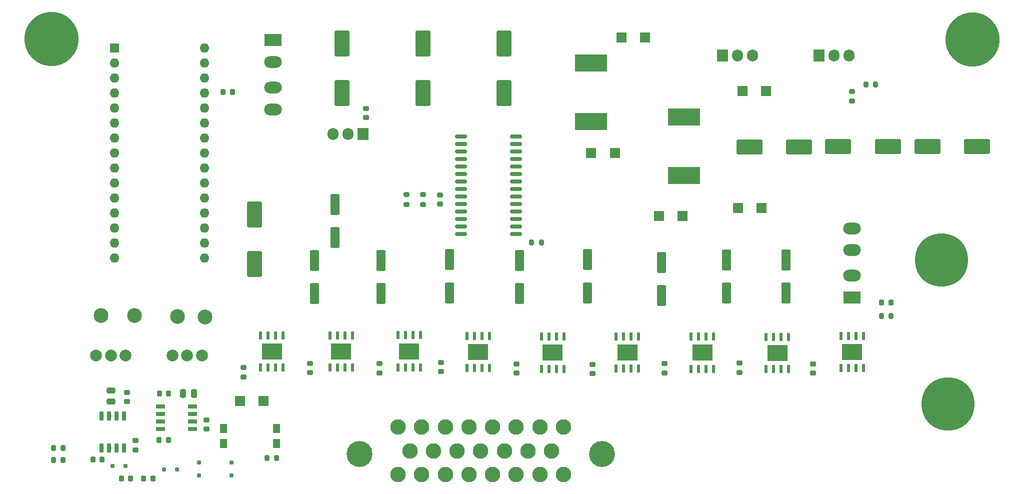
<source format=gbr>
%TF.GenerationSoftware,KiCad,Pcbnew,8.0.6*%
%TF.CreationDate,2024-11-11T19:58:29-07:00*%
%TF.ProjectId,NanoSprayLinear,4e616e6f-5370-4726-9179-4c696e656172,rev?*%
%TF.SameCoordinates,Original*%
%TF.FileFunction,Soldermask,Top*%
%TF.FilePolarity,Negative*%
%FSLAX46Y46*%
G04 Gerber Fmt 4.6, Leading zero omitted, Abs format (unit mm)*
G04 Created by KiCad (PCBNEW 8.0.6) date 2024-11-11 19:58:29*
%MOMM*%
%LPD*%
G01*
G04 APERTURE LIST*
G04 Aperture macros list*
%AMRoundRect*
0 Rectangle with rounded corners*
0 $1 Rounding radius*
0 $2 $3 $4 $5 $6 $7 $8 $9 X,Y pos of 4 corners*
0 Add a 4 corners polygon primitive as box body*
4,1,4,$2,$3,$4,$5,$6,$7,$8,$9,$2,$3,0*
0 Add four circle primitives for the rounded corners*
1,1,$1+$1,$2,$3*
1,1,$1+$1,$4,$5*
1,1,$1+$1,$6,$7*
1,1,$1+$1,$8,$9*
0 Add four rect primitives between the rounded corners*
20,1,$1+$1,$2,$3,$4,$5,0*
20,1,$1+$1,$4,$5,$6,$7,0*
20,1,$1+$1,$6,$7,$8,$9,0*
20,1,$1+$1,$8,$9,$2,$3,0*%
G04 Aperture macros list end*
%ADD10R,1.300000X1.500000*%
%ADD11R,1.905000X2.000000*%
%ADD12O,1.905000X2.000000*%
%ADD13RoundRect,0.250000X0.550000X-1.500000X0.550000X1.500000X-0.550000X1.500000X-0.550000X-1.500000X0*%
%ADD14RoundRect,0.250000X-1.950000X-1.000000X1.950000X-1.000000X1.950000X1.000000X-1.950000X1.000000X0*%
%ADD15C,9.200000*%
%ADD16R,0.558800X1.460500*%
%ADD17R,3.403600X2.717800*%
%ADD18C,2.000000*%
%ADD19RoundRect,0.200000X-0.200000X-0.275000X0.200000X-0.275000X0.200000X0.275000X-0.200000X0.275000X0*%
%ADD20RoundRect,0.175000X0.175000X0.175000X-0.175000X0.175000X-0.175000X-0.175000X0.175000X-0.175000X0*%
%ADD21R,5.400000X2.900000*%
%ADD22RoundRect,0.225000X-0.250000X0.225000X-0.250000X-0.225000X0.250000X-0.225000X0.250000X0.225000X0*%
%ADD23R,1.500000X0.650000*%
%ADD24C,2.625000*%
%ADD25C,4.395000*%
%ADD26RoundRect,0.225000X0.225000X0.250000X-0.225000X0.250000X-0.225000X-0.250000X0.225000X-0.250000X0*%
%ADD27R,1.600000X1.600000*%
%ADD28O,1.600000X1.600000*%
%ADD29C,2.500000*%
%ADD30RoundRect,0.250000X1.000000X-1.950000X1.000000X1.950000X-1.000000X1.950000X-1.000000X-1.950000X0*%
%ADD31RoundRect,0.218750X0.218750X0.256250X-0.218750X0.256250X-0.218750X-0.256250X0.218750X-0.256250X0*%
%ADD32C,9.000000*%
%ADD33RoundRect,0.200000X-0.275000X0.200000X-0.275000X-0.200000X0.275000X-0.200000X0.275000X0.200000X0*%
%ADD34RoundRect,0.218750X-0.218750X-0.256250X0.218750X-0.256250X0.218750X0.256250X-0.218750X0.256250X0*%
%ADD35RoundRect,0.225000X-0.225000X-0.250000X0.225000X-0.250000X0.225000X0.250000X-0.225000X0.250000X0*%
%ADD36R,1.800000X1.800000*%
%ADD37RoundRect,0.218750X-0.256250X0.218750X-0.256250X-0.218750X0.256250X-0.218750X0.256250X0.218750X0*%
%ADD38R,3.000000X2.000000*%
%ADD39O,3.000000X2.000000*%
%ADD40RoundRect,0.175000X0.175000X-0.175000X0.175000X0.175000X-0.175000X0.175000X-0.175000X-0.175000X0*%
%ADD41RoundRect,0.250000X0.250000X0.475000X-0.250000X0.475000X-0.250000X-0.475000X0.250000X-0.475000X0*%
%ADD42RoundRect,0.150000X-0.875000X-0.150000X0.875000X-0.150000X0.875000X0.150000X-0.875000X0.150000X0*%
%ADD43RoundRect,0.250000X0.475000X-0.250000X0.475000X0.250000X-0.475000X0.250000X-0.475000X-0.250000X0*%
%ADD44RoundRect,0.250000X-0.550000X1.500000X-0.550000X-1.500000X0.550000X-1.500000X0.550000X1.500000X0*%
%ADD45R,0.650000X1.500000*%
G04 APERTURE END LIST*
D10*
%TO.C,U15*%
X69850000Y-108230000D03*
X69850000Y-110770000D03*
X78850000Y-110770000D03*
X78850000Y-108230000D03*
%TD*%
D11*
%TO.C,U2*%
X170760000Y-45145000D03*
D12*
X173300000Y-45145000D03*
X175840000Y-45145000D03*
%TD*%
D13*
%TO.C,C34*%
X155041600Y-85350000D03*
X155041600Y-79750000D03*
%TD*%
D14*
%TO.C,C2*%
X173981000Y-60502800D03*
X182381000Y-60502800D03*
%TD*%
D15*
%TO.C,H2*%
X40767000Y-42291000D03*
%TD*%
D13*
%TO.C,C35*%
X165170800Y-85350000D03*
X165170800Y-79750000D03*
%TD*%
D16*
%TO.C,U9*%
X114915000Y-92582300D03*
X113645000Y-92582300D03*
X112375000Y-92582300D03*
X111105000Y-92582300D03*
X111105000Y-98030600D03*
X112375000Y-98030600D03*
X113645000Y-98030600D03*
X114915000Y-98030600D03*
D17*
X113010000Y-95306450D03*
%TD*%
D18*
%TO.C,RV3*%
X48327000Y-95947000D03*
X50827000Y-95947000D03*
X53327000Y-95947000D03*
%TD*%
D19*
%TO.C,R4*%
X41071800Y-111593250D03*
X42721800Y-111593250D03*
%TD*%
D18*
%TO.C,RV4*%
X66214000Y-95897000D03*
X63714000Y-95897000D03*
X61214000Y-95897000D03*
%TD*%
D20*
%TO.C,D10*%
X53272500Y-114650000D03*
X51122500Y-114650000D03*
%TD*%
D19*
%TO.C,R10*%
X181275000Y-89250000D03*
X182925000Y-89250000D03*
%TD*%
D21*
%TO.C,L1*%
X147828000Y-55502000D03*
X147828000Y-65402000D03*
%TD*%
D19*
%TO.C,R3*%
X178675000Y-50000000D03*
X180325000Y-50000000D03*
%TD*%
D22*
%TO.C,C27*%
X106685400Y-97103200D03*
X106685400Y-98653200D03*
%TD*%
%TO.C,C14*%
X54950000Y-110335800D03*
X54950000Y-111885800D03*
%TD*%
D23*
%TO.C,U7*%
X64656000Y-108343000D03*
X64656000Y-107073000D03*
X64656000Y-105803000D03*
X64656000Y-104533000D03*
X59256000Y-104533000D03*
X59256000Y-105803000D03*
X59256000Y-107073000D03*
X59256000Y-108343000D03*
%TD*%
D13*
%TO.C,C16*%
X85301800Y-85430566D03*
X85301800Y-79830566D03*
%TD*%
D24*
%TO.C,J2*%
X99443000Y-108058200D03*
X103443000Y-108058200D03*
X107443000Y-108058200D03*
X111443000Y-108058200D03*
X115443000Y-108058200D03*
X119443000Y-108058200D03*
X123443000Y-108058200D03*
X127443000Y-108058200D03*
X101443000Y-112058200D03*
X105443000Y-112058200D03*
X109443000Y-112058200D03*
X113443000Y-112058200D03*
X117443000Y-112058200D03*
X121443000Y-112058200D03*
X125443000Y-112058200D03*
X99443000Y-116058200D03*
X103443000Y-116058200D03*
X107443000Y-116058200D03*
X111443000Y-116058200D03*
X115443000Y-116058200D03*
X119443000Y-116058200D03*
X123443000Y-116058200D03*
X127443000Y-116058200D03*
D25*
X92943000Y-112558200D03*
X133943000Y-112558200D03*
%TD*%
D22*
%TO.C,C32*%
X157282200Y-97204800D03*
X157282200Y-98754800D03*
%TD*%
D16*
%TO.C,U12*%
X178237200Y-92614050D03*
X176967200Y-92614050D03*
X175697200Y-92614050D03*
X174427200Y-92614050D03*
X174427200Y-98062350D03*
X175697200Y-98062350D03*
X176967200Y-98062350D03*
X178237200Y-98062350D03*
D17*
X176332200Y-95338200D03*
%TD*%
D22*
%TO.C,C24*%
X93980000Y-54089000D03*
X93980000Y-55639000D03*
%TD*%
%TO.C,C33*%
X169728200Y-97357200D03*
X169728200Y-98907200D03*
%TD*%
%TO.C,C37*%
X144531400Y-97306400D03*
X144531400Y-98856400D03*
%TD*%
D26*
%TO.C,R7*%
X54125000Y-116750000D03*
X52575000Y-116750000D03*
%TD*%
D22*
%TO.C,C36*%
X132339400Y-97408000D03*
X132339400Y-98958000D03*
%TD*%
D15*
%TO.C,H1*%
X196697600Y-42418000D03*
%TD*%
D16*
%TO.C,U11*%
X165588000Y-92766450D03*
X164318000Y-92766450D03*
X163048000Y-92766450D03*
X161778000Y-92766450D03*
X161778000Y-98214750D03*
X163048000Y-98214750D03*
X164318000Y-98214750D03*
X165588000Y-98214750D03*
D17*
X163683000Y-95490600D03*
%TD*%
D27*
%TO.C,A1*%
X51425000Y-43827000D03*
D28*
X51425000Y-46367000D03*
X51425000Y-48907000D03*
X51425000Y-51447000D03*
X51425000Y-53987000D03*
X51425000Y-56527000D03*
X51425000Y-59067000D03*
X51425000Y-61607000D03*
X51425000Y-64147000D03*
X51425000Y-66687000D03*
X51425000Y-69227000D03*
X51425000Y-71767000D03*
X51425000Y-74307000D03*
X51425000Y-76847000D03*
X51425000Y-79387000D03*
X66665000Y-79387000D03*
X66665000Y-76847000D03*
X66665000Y-74307000D03*
X66665000Y-71767000D03*
X66665000Y-69227000D03*
X66665000Y-66687000D03*
X66665000Y-64147000D03*
X66665000Y-61607000D03*
X66665000Y-59067000D03*
X66665000Y-56527000D03*
X66665000Y-53987000D03*
X66665000Y-51447000D03*
X66665000Y-48907000D03*
X66665000Y-46367000D03*
X66665000Y-43827000D03*
%TD*%
D22*
%TO.C,C25*%
X96322200Y-97306400D03*
X96322200Y-98856400D03*
%TD*%
D29*
%TO.C,TP6*%
X66782000Y-89420000D03*
%TD*%
D30*
%TO.C,C1*%
X75164000Y-80412000D03*
X75164000Y-72012000D03*
%TD*%
D31*
%TO.C,D5*%
X42684300Y-113640650D03*
X41109300Y-113640650D03*
%TD*%
D32*
%TO.C,J5*%
X191507000Y-79756000D03*
%TD*%
D16*
%TO.C,U17*%
X79964600Y-92531500D03*
X78694600Y-92531500D03*
X77424600Y-92531500D03*
X76154600Y-92531500D03*
X76154600Y-97979800D03*
X77424600Y-97979800D03*
X78694600Y-97979800D03*
X79964600Y-97979800D03*
D17*
X78059600Y-95255650D03*
%TD*%
D20*
%TO.C,D9*%
X61985000Y-115250000D03*
X59835000Y-115250000D03*
%TD*%
D29*
%TO.C,TP8*%
X54844000Y-89166000D03*
%TD*%
D33*
%TO.C,R5*%
X103693000Y-68651000D03*
X103693000Y-70301000D03*
%TD*%
D34*
%TO.C,D8*%
X181312500Y-86900000D03*
X182887500Y-86900000D03*
%TD*%
D22*
%TO.C,R9*%
X67036000Y-106819000D03*
X67036000Y-108369000D03*
%TD*%
D29*
%TO.C,TP7*%
X49129000Y-89166000D03*
%TD*%
D26*
%TO.C,C19*%
X60531000Y-110213000D03*
X58981000Y-110213000D03*
%TD*%
D19*
%TO.C,R13*%
X77225000Y-113300000D03*
X78875000Y-113300000D03*
%TD*%
D11*
%TO.C,U5*%
X93472000Y-58420000D03*
D12*
X90932000Y-58420000D03*
X88392000Y-58420000D03*
%TD*%
D33*
%TO.C,R6*%
X100868000Y-68651000D03*
X100868000Y-70301000D03*
%TD*%
D16*
%TO.C,U14*%
X152888000Y-92715650D03*
X151618000Y-92715650D03*
X150348000Y-92715650D03*
X149078000Y-92715650D03*
X149078000Y-98163950D03*
X150348000Y-98163950D03*
X151618000Y-98163950D03*
X152888000Y-98163950D03*
D17*
X150983000Y-95439800D03*
%TD*%
D13*
%TO.C,C39*%
X144094200Y-85731000D03*
X144094200Y-80131000D03*
%TD*%
D16*
%TO.C,U13*%
X140188000Y-92664850D03*
X138918000Y-92664850D03*
X137648000Y-92664850D03*
X136378000Y-92664850D03*
X136378000Y-98113150D03*
X137648000Y-98113150D03*
X138918000Y-98113150D03*
X140188000Y-98113150D03*
D17*
X138283000Y-95389000D03*
%TD*%
D35*
%TO.C,C9*%
X69837000Y-51308000D03*
X71387000Y-51308000D03*
%TD*%
D36*
%TO.C,D4*%
X76650000Y-103600000D03*
X72650000Y-103600000D03*
%TD*%
D22*
%TO.C,C15*%
X84562200Y-97276800D03*
X84562200Y-98826800D03*
%TD*%
D30*
%TO.C,C23*%
X89916000Y-51444000D03*
X89916000Y-43044000D03*
%TD*%
D37*
%TO.C,D1*%
X176300000Y-51212500D03*
X176300000Y-52787500D03*
%TD*%
D11*
%TO.C,U3*%
X154370000Y-45088800D03*
D12*
X156910000Y-45088800D03*
X159450000Y-45088800D03*
%TD*%
D22*
%TO.C,C31*%
X106518000Y-68701000D03*
X106518000Y-70251000D03*
%TD*%
%TO.C,C40*%
X73309800Y-97966800D03*
X73309800Y-99516800D03*
%TD*%
D14*
%TO.C,C4*%
X189100000Y-60502800D03*
X197500000Y-60502800D03*
%TD*%
D38*
%TO.C,F2*%
X78232000Y-42528000D03*
D39*
X78232000Y-46228000D03*
X78232000Y-50528000D03*
X78232000Y-54228000D03*
%TD*%
D40*
%TO.C,D12*%
X65766000Y-116194000D03*
X65766000Y-114044000D03*
%TD*%
D14*
%TO.C,C3*%
X158918800Y-60579000D03*
X167318800Y-60579000D03*
%TD*%
D13*
%TO.C,C30*%
X119995000Y-85393400D03*
X119995000Y-79793400D03*
%TD*%
%TO.C,C38*%
X131526600Y-85285800D03*
X131526600Y-79685800D03*
%TD*%
D36*
%TO.C,D2*%
X132150000Y-61600000D03*
X136150000Y-61600000D03*
%TD*%
D30*
%TO.C,C22*%
X103632000Y-51444000D03*
X103632000Y-43044000D03*
%TD*%
D13*
%TO.C,C26*%
X96576200Y-85430566D03*
X96576200Y-79830566D03*
%TD*%
D29*
%TO.C,TP5*%
X62083000Y-89293000D03*
%TD*%
D32*
%TO.C,J6*%
X192532000Y-104140000D03*
%TD*%
D13*
%TO.C,C29*%
X108158600Y-85285800D03*
X108158600Y-79685800D03*
%TD*%
D22*
%TO.C,C28*%
X119487000Y-97357200D03*
X119487000Y-98907200D03*
%TD*%
D40*
%TO.C,D13*%
X71227000Y-116194000D03*
X71227000Y-114044000D03*
%TD*%
D36*
%TO.C,D3*%
X137300000Y-42100000D03*
X141300000Y-42100000D03*
%TD*%
%TO.C,D11*%
X157000000Y-70900000D03*
X161000000Y-70900000D03*
%TD*%
D16*
%TO.C,U8*%
X103231000Y-92480700D03*
X101961000Y-92480700D03*
X100691000Y-92480700D03*
X99421000Y-92480700D03*
X99421000Y-97929000D03*
X100691000Y-97929000D03*
X101961000Y-97929000D03*
X103231000Y-97929000D03*
D17*
X101326000Y-95204850D03*
%TD*%
D36*
%TO.C,D14*%
X147600000Y-72250000D03*
X143600000Y-72250000D03*
%TD*%
%TO.C,D7*%
X157750000Y-51100000D03*
X161750000Y-51100000D03*
%TD*%
D16*
%TO.C,U4*%
X91699400Y-92531500D03*
X90429400Y-92531500D03*
X89159400Y-92531500D03*
X87889400Y-92531500D03*
X87889400Y-97979800D03*
X89159400Y-97979800D03*
X90429400Y-97979800D03*
X91699400Y-97979800D03*
D17*
X89794400Y-95255650D03*
%TD*%
D35*
%TO.C,C20*%
X59042000Y-102374000D03*
X60592000Y-102374000D03*
%TD*%
D30*
%TO.C,C21*%
X117348000Y-51444000D03*
X117348000Y-43044000D03*
%TD*%
D41*
%TO.C,C18*%
X64910000Y-102374000D03*
X63010000Y-102374000D03*
%TD*%
D26*
%TO.C,R8*%
X57925000Y-116750000D03*
X56375000Y-116750000D03*
%TD*%
D21*
%TO.C,L2*%
X132080000Y-56258000D03*
X132080000Y-46358000D03*
%TD*%
D42*
%TO.C,U1*%
X110118000Y-58796000D03*
X110118000Y-60066000D03*
X110118000Y-61336000D03*
X110118000Y-62606000D03*
X110118000Y-63876000D03*
X110118000Y-65146000D03*
X110118000Y-66416000D03*
X110118000Y-67686000D03*
X110118000Y-68956000D03*
X110118000Y-70226000D03*
X110118000Y-71496000D03*
X110118000Y-72766000D03*
X110118000Y-74036000D03*
X110118000Y-75306000D03*
X119418000Y-75306000D03*
X119418000Y-74036000D03*
X119418000Y-72766000D03*
X119418000Y-71496000D03*
X119418000Y-70226000D03*
X119418000Y-68956000D03*
X119418000Y-67686000D03*
X119418000Y-66416000D03*
X119418000Y-65146000D03*
X119418000Y-63876000D03*
X119418000Y-62606000D03*
X119418000Y-61336000D03*
X119418000Y-60066000D03*
X119418000Y-58796000D03*
%TD*%
D38*
%TO.C,F1*%
X176276000Y-86069000D03*
D39*
X176276000Y-82369000D03*
X176276000Y-78069000D03*
X176276000Y-74369000D03*
%TD*%
D26*
%TO.C,C17*%
X49325000Y-113550000D03*
X47775000Y-113550000D03*
%TD*%
D43*
%TO.C,C13*%
X50850000Y-103710800D03*
X50850000Y-101810800D03*
%TD*%
D16*
%TO.C,U10*%
X127538800Y-92715650D03*
X126268800Y-92715650D03*
X124998800Y-92715650D03*
X123728800Y-92715650D03*
X123728800Y-98163950D03*
X124998800Y-98163950D03*
X126268800Y-98163950D03*
X127538800Y-98163950D03*
D17*
X125633800Y-95439800D03*
%TD*%
D22*
%TO.C,R1*%
X53550000Y-102185800D03*
X53550000Y-103735800D03*
%TD*%
D19*
%TO.C,R2*%
X122043000Y-76751000D03*
X123693000Y-76751000D03*
%TD*%
D44*
%TO.C,C5*%
X88800000Y-70300000D03*
X88800000Y-75900000D03*
%TD*%
D45*
%TO.C,U6*%
X53030000Y-106185800D03*
X51760000Y-106185800D03*
X50490000Y-106185800D03*
X49220000Y-106185800D03*
X49220000Y-111585800D03*
X50490000Y-111585800D03*
X51760000Y-111585800D03*
X53030000Y-111585800D03*
%TD*%
M02*

</source>
